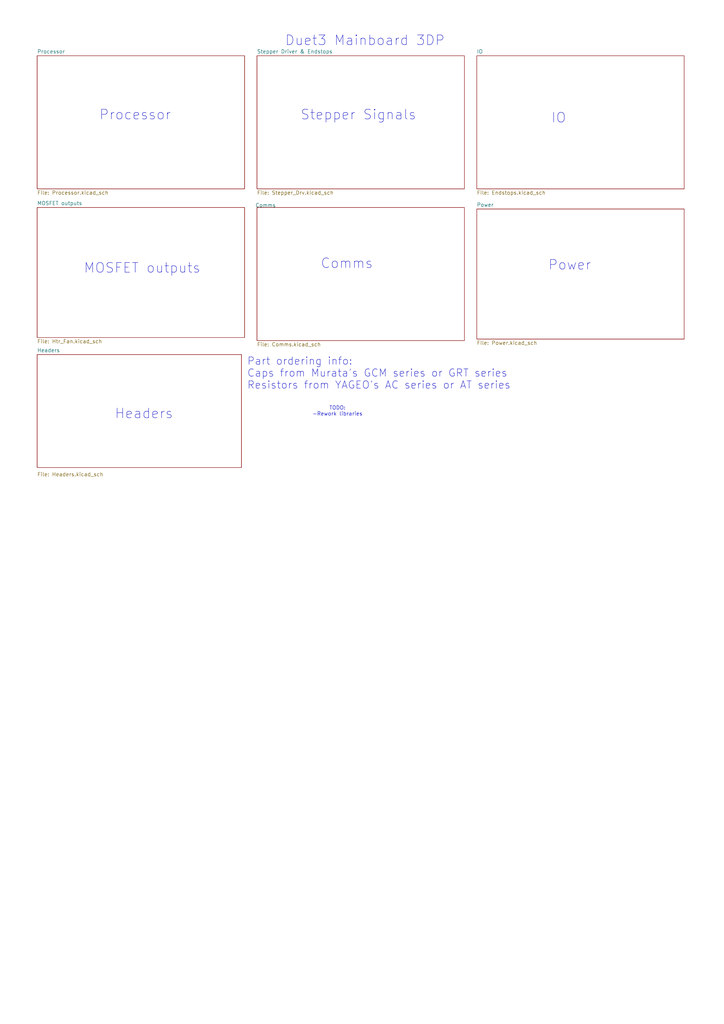
<source format=kicad_sch>
(kicad_sch
	(version 20250114)
	(generator "eeschema")
	(generator_version "9.0")
	(uuid "94813053-1316-4754-9fb4-4dbbf7dc780d")
	(paper "A3" portrait)
	(title_block
		(title "Duet 3 Main Board 3DP")
		(date "2023-02-22")
		(rev "1.5")
		(company "3DPotter")
		(comment 1 "(c) 3DPotter")
	)
	(lib_symbols)
	(text "TODO:\n-Rework libraries"
		(exclude_from_sim no)
		(at 138.43 168.656 0)
		(effects
			(font
				(size 1.524 1.524)
			)
		)
		(uuid "1a41d7f5-9bba-4ef4-ae74-189ee3a4ccb2")
	)
	(text "Duet3 Mainboard 3DP"
		(exclude_from_sim no)
		(at 116.84 19.05 0)
		(effects
			(font
				(size 3.9878 3.9878)
			)
			(justify left bottom)
		)
		(uuid "1f83d883-ba7e-468f-a220-5f5c108dd05b")
	)
	(text "IO"
		(exclude_from_sim no)
		(at 226.06 50.8 0)
		(effects
			(font
				(size 3.9878 3.9878)
			)
			(justify left bottom)
		)
		(uuid "201c1a76-f3c8-4013-8d41-b9a72af49348")
	)
	(text "Headers"
		(exclude_from_sim no)
		(at 46.99 172.085 0)
		(effects
			(font
				(size 3.9878 3.9878)
			)
			(justify left bottom)
		)
		(uuid "27f5c588-5530-4d89-981b-1ace627022fd")
	)
	(text "Part ordering info:\nCaps from Murata's GCM series or GRT series\nResistors from YAGEO's AC series or AT series"
		(exclude_from_sim no)
		(at 101.346 153.162 0)
		(effects
			(font
				(size 3.048 3.048)
			)
			(justify left)
		)
		(uuid "7c384e9a-3295-4497-a19d-5d1e4d19d59e")
	)
	(text "Comms"
		(exclude_from_sim no)
		(at 131.445 110.49 0)
		(effects
			(font
				(size 3.9878 3.9878)
			)
			(justify left bottom)
		)
		(uuid "7f759d97-fe57-4aea-922e-a50613cc2cfc")
	)
	(text "Processor"
		(exclude_from_sim no)
		(at 40.64 49.53 0)
		(effects
			(font
				(size 3.9878 3.9878)
			)
			(justify left bottom)
		)
		(uuid "8b199471-793c-44a5-8a86-6ec167c3df00")
	)
	(text "MOSFET outputs\n"
		(exclude_from_sim no)
		(at 34.29 112.395 0)
		(effects
			(font
				(size 3.9878 3.9878)
			)
			(justify left bottom)
		)
		(uuid "b9638642-9317-4f17-b295-505bce047f8d")
	)
	(text "Power"
		(exclude_from_sim no)
		(at 224.79 111.125 0)
		(effects
			(font
				(size 3.9878 3.9878)
			)
			(justify left bottom)
		)
		(uuid "cb2a7ecb-42eb-44d5-8ebb-4f08b0a07155")
	)
	(text "Stepper Signals\n"
		(exclude_from_sim no)
		(at 123.19 49.53 0)
		(effects
			(font
				(size 3.9878 3.9878)
			)
			(justify left bottom)
		)
		(uuid "d3d6f656-5f2d-489d-b978-0914e635c1c3")
	)
	(sheet
		(at 15.24 22.86)
		(size 85.09 54.61)
		(exclude_from_sim no)
		(in_bom yes)
		(on_board yes)
		(dnp no)
		(fields_autoplaced yes)
		(stroke
			(width 0)
			(type solid)
		)
		(fill
			(color 0 0 0 0.0000)
		)
		(uuid "00000000-0000-0000-0000-000050523307")
		(property "Sheetname" "Processor"
			(at 15.24 22.0214 0)
			(effects
				(font
					(size 1.524 1.524)
				)
				(justify left bottom)
			)
		)
		(property "Sheetfile" "Processor.kicad_sch"
			(at 15.24 78.1562 0)
			(effects
				(font
					(size 1.524 1.524)
				)
				(justify left top)
			)
		)
		(instances
			(project "Duet3_MB_3DP"
				(path "/94813053-1316-4754-9fb4-4dbbf7dc780d"
					(page "1")
				)
			)
		)
	)
	(sheet
		(at 105.41 22.86)
		(size 85.09 54.61)
		(exclude_from_sim no)
		(in_bom yes)
		(on_board yes)
		(dnp no)
		(fields_autoplaced yes)
		(stroke
			(width 0)
			(type solid)
		)
		(fill
			(color 0 0 0 0.0000)
		)
		(uuid "00000000-0000-0000-0000-0000505779e3")
		(property "Sheetname" "Stepper Driver & Endstops"
			(at 105.41 22.0214 0)
			(effects
				(font
					(size 1.524 1.524)
				)
				(justify left bottom)
			)
		)
		(property "Sheetfile" "Stepper_Drv.kicad_sch"
			(at 105.41 78.1562 0)
			(effects
				(font
					(size 1.524 1.524)
				)
				(justify left top)
			)
		)
		(instances
			(project "Duet3_MB_3DP"
				(path "/94813053-1316-4754-9fb4-4dbbf7dc780d"
					(page "2")
				)
			)
		)
	)
	(sheet
		(at 195.58 85.725)
		(size 85.09 53.34)
		(exclude_from_sim no)
		(in_bom yes)
		(on_board yes)
		(dnp no)
		(fields_autoplaced yes)
		(stroke
			(width 0)
			(type solid)
		)
		(fill
			(color 0 0 0 0.0000)
		)
		(uuid "00000000-0000-0000-0000-000050577a22")
		(property "Sheetname" "Power"
			(at 195.58 84.8864 0)
			(effects
				(font
					(size 1.524 1.524)
				)
				(justify left bottom)
			)
		)
		(property "Sheetfile" "Power.kicad_sch"
			(at 195.58 139.7512 0)
			(effects
				(font
					(size 1.524 1.524)
				)
				(justify left top)
			)
		)
		(instances
			(project "Duet3_MB_3DP"
				(path "/94813053-1316-4754-9fb4-4dbbf7dc780d"
					(page "6")
				)
			)
		)
	)
	(sheet
		(at 15.24 145.415)
		(size 83.82 46.355)
		(exclude_from_sim no)
		(in_bom yes)
		(on_board yes)
		(dnp no)
		(stroke
			(width 0)
			(type solid)
		)
		(fill
			(color 0 0 0 0.0000)
		)
		(uuid "00000000-0000-0000-0000-000050656780")
		(property "Sheetname" "Headers"
			(at 15.24 144.5764 0)
			(effects
				(font
					(size 1.524 1.524)
				)
				(justify left bottom)
			)
		)
		(property "Sheetfile" "Headers.kicad_sch"
			(at 15.24 193.675 0)
			(effects
				(font
					(size 1.524 1.524)
				)
				(justify left top)
			)
		)
		(instances
			(project "Duet3_MB_3DP"
				(path "/94813053-1316-4754-9fb4-4dbbf7dc780d"
					(page "7")
				)
			)
		)
	)
	(sheet
		(at 15.24 85.09)
		(size 85.09 53.34)
		(exclude_from_sim no)
		(in_bom yes)
		(on_board yes)
		(dnp no)
		(fields_autoplaced yes)
		(stroke
			(width 0)
			(type solid)
		)
		(fill
			(color 0 0 0 0.0000)
		)
		(uuid "00000000-0000-0000-0000-00005b12c3fc")
		(property "Sheetname" "MOSFET outputs"
			(at 15.24 84.2514 0)
			(effects
				(font
					(size 1.524 1.524)
				)
				(justify left bottom)
			)
		)
		(property "Sheetfile" "Htr_Fan.kicad_sch"
			(at 15.24 139.1162 0)
			(effects
				(font
					(size 1.524 1.524)
				)
				(justify left top)
			)
		)
		(instances
			(project "Duet3_MB_3DP"
				(path "/94813053-1316-4754-9fb4-4dbbf7dc780d"
					(page "4")
				)
			)
		)
	)
	(sheet
		(at 105.41 85.09)
		(size 85.09 54.61)
		(exclude_from_sim no)
		(in_bom yes)
		(on_board yes)
		(dnp no)
		(stroke
			(width 0)
			(type solid)
		)
		(fill
			(color 0 0 0 0.0000)
		)
		(uuid "00000000-0000-0000-0000-00005b64a4e7")
		(property "Sheetname" "Comms"
			(at 104.775 85.09 0)
			(effects
				(font
					(size 1.524 1.524)
				)
				(justify left bottom)
			)
		)
		(property "Sheetfile" "Comms.kicad_sch"
			(at 105.41 140.3862 0)
			(effects
				(font
					(size 1.524 1.524)
				)
				(justify left top)
			)
		)
		(instances
			(project "Duet3_MB_3DP"
				(path "/94813053-1316-4754-9fb4-4dbbf7dc780d"
					(page "5")
				)
			)
		)
	)
	(sheet
		(at 195.58 22.86)
		(size 85.09 54.61)
		(exclude_from_sim no)
		(in_bom yes)
		(on_board yes)
		(dnp no)
		(fields_autoplaced yes)
		(stroke
			(width 0)
			(type solid)
		)
		(fill
			(color 0 0 0 0.0000)
		)
		(uuid "00000000-0000-0000-0000-00005f4ec372")
		(property "Sheetname" "IO"
			(at 195.58 22.0214 0)
			(effects
				(font
					(size 1.524 1.524)
				)
				(justify left bottom)
			)
		)
		(property "Sheetfile" "Endstops.kicad_sch"
			(at 195.58 78.1562 0)
			(effects
				(font
					(size 1.524 1.524)
				)
				(justify left top)
			)
		)
		(instances
			(project "Duet3_MB_3DP"
				(path "/94813053-1316-4754-9fb4-4dbbf7dc780d"
					(page "3")
				)
			)
		)
	)
	(sheet_instances
		(path "/"
			(page "0")
		)
	)
	(embedded_fonts no)
)

</source>
